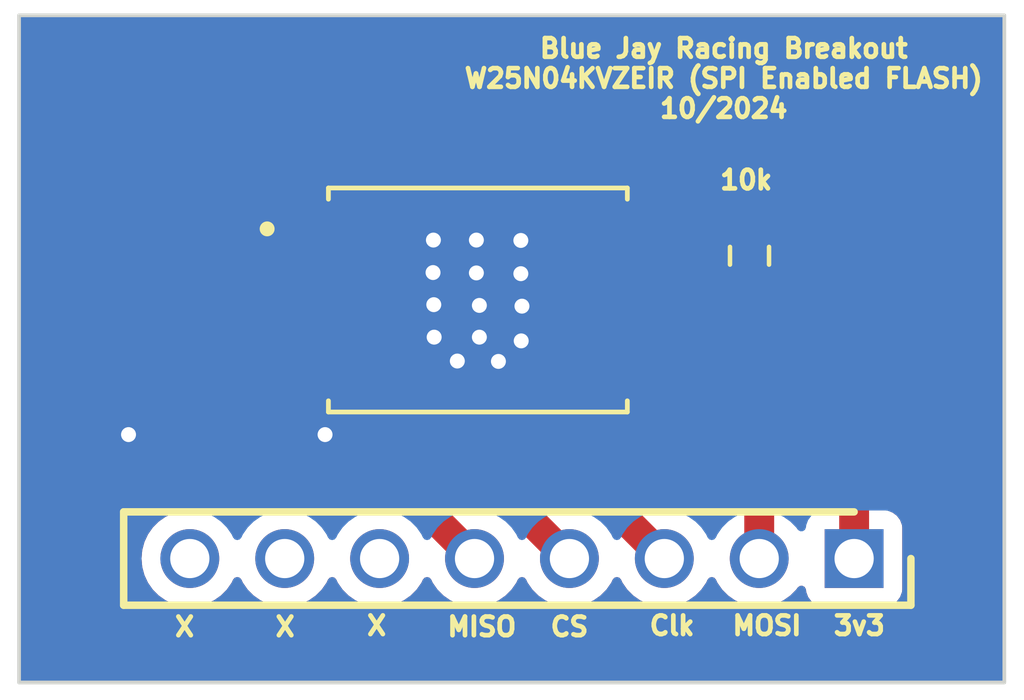
<source format=kicad_pcb>
(kicad_pcb (version 20221018) (generator pcbnew)
  (layers (0 "F.Cu" signal) (31 "B.Cu" signal) (34 "B.Paste" user) (35 "F.Paste" user) (36 "B.SilkS" user "B.Silkscreen") (37 "F.SilkS" user "F.Silkscreen") (38 "B.Mask" user) (39 "F.Mask" user) (44 "Edge.Cuts" user))
  (net 0 "")
  (net 1 "CS")
  (net 2 "D0{slash}MISO")
  (net 4 "GND")
  (net 5 "DI{slash}MOSI")
  (net 7 "Clk")
  (net 8 "VCC")
  (footprint "Resistor_SMD:R_0603_1608Metric" (layer "F.Cu") (at 125.36 59.59 -90)
    (fp_text reference "10k" (at -2.03 0.09 180) (layer "F.SilkS") (effects (font (size 0.5 0.5) (thickness 0.125))))
    (fp_text value "Rpu" hide)
    (fp_line (start -0.237258 -0.5225) (end 0.237258 -0.5225) (stroke (width 0.12)) (layer "F.SilkS"))
    (fp_line (start -0.237258 0.5225) (end 0.237258 0.5225) (stroke (width 0.12)) (layer "F.SilkS"))
    (pad "1" smd roundrect (at -0.825 0 270) (size 0.8 0.95) (layers "F.Cu" "F.Paste" "F.Mask") (net 8 "VCC"))
    (pad "2" smd roundrect (at 0.825 0 270) (size 0.8 0.95) (layers "F.Cu" "F.Paste" "F.Mask") (net 7 "Clk"))
  )
  (footprint "21xt_footprints:SPIFLASH" (layer "F.Cu") (at 118.09 60.775)
    (fp_text reference "F1" hide)
    (fp_text value "~")
    (fp_line (start -4 -3) (end 4 -3) (stroke (width 0.127)) (layer "F.SilkS"))
    (fp_line (start -4 -2.7) (end -4 -3) (stroke (width 0.127)) (layer "F.SilkS"))
    (fp_line (start -4 3) (end -4 2.7) (stroke (width 0.127)) (layer "F.SilkS"))
    (fp_line (start 4 -3) (end 4 -2.7) (stroke (width 0.127)) (layer "F.SilkS"))
    (fp_line (start 4 3) (end -4 3) (stroke (width 0.127)) (layer "F.SilkS"))
    (fp_line (start 4 3) (end 4 2.7) (stroke (width 0.127)) (layer "F.SilkS"))
    (fp_circle (center -5.64 -1.905) (end -5.54 -1.905) (stroke (width 0.2)) (fill none) (layer "F.SilkS"))
    (pad "1" smd rect (at -4.15 -1.905) (size 1.5 0.8) (layers "F.Cu" "F.Mask") (net 1 "CS"))
    (pad "2" smd rect (at -4.15 -0.635) (size 1.5 0.8) (layers "F.Cu" "F.Mask") (net 2 "D0{slash}MISO"))
    (pad "3" smd rect (at -4.15 0.635) (size 1.5 0.8) (layers "F.Cu" "F.Mask"))
    (pad "4" smd rect (at -4.15 1.905) (size 1.5 0.8) (layers "F.Cu" "F.Mask") (net 4 "GND"))
    (pad "5" smd rect (at 4.15 1.905) (size 1.5 0.8) (layers "F.Cu" "F.Mask") (net 5 "DI{slash}MOSI"))
    (pad "6" smd rect (at 4.15 0.635) (size 1.5 0.8) (layers "F.Cu" "F.Mask"))
    (pad "7" smd rect (at 4.15 -0.635) (size 1.5 0.8) (layers "F.Cu" "F.Mask") (net 7 "Clk"))
    (pad "8" smd rect (at 4.15 -1.905) (size 1.5 0.8) (layers "F.Cu" "F.Mask") (net 8 "VCC"))
    (pad "9" smd rect (at 0 0) (size 3.25 4.05) (layers "F.Cu" "F.Mask"))
  )
  (footprint "Symnfoot:RHDR8W60P0X254_1X8_2082X250X850P" (layer "F.Cu") (at 128.16 67.7 180)
    (fp_text reference "J1" hide)
    (fp_text value "61300811821" hide)
    (fp_line (start -1.52 -1.25) (end -1.52 0) (stroke (width 0.2)) (layer "F.SilkS"))
    (fp_line (start 0 1.25) (end 19.55 1.25) (stroke (width 0.2)) (layer "F.SilkS"))
    (fp_line (start 19.55 -1.25) (end -1.52 -1.25) (stroke (width 0.2)) (layer "F.SilkS"))
    (fp_line (start 19.55 1.25) (end 19.55 -1.25) (stroke (width 0.2)) (layer "F.SilkS"))
    (pad "1" thru_hole rect (at 0 0 180) (size 1.575 1.575) (drill 1.05) (layers "*.Cu" "*.Mask") (net 8 "VCC"))
    (pad "2" thru_hole circle (at 2.54 0 180) (size 1.575 1.575) (drill 1.05) (layers "*.Cu" "*.Mask") (net 5 "DI{slash}MOSI"))
    (pad "3" thru_hole circle (at 5.08 0 180) (size 1.575 1.575) (drill 1.05) (layers "*.Cu" "*.Mask") (net 7 "Clk"))
    (pad "4" thru_hole circle (at 7.62 0 180) (size 1.575 1.575) (drill 1.05) (layers "*.Cu" "*.Mask") (net 1 "CS"))
    (pad "5" thru_hole circle (at 10.16 0 180) (size 1.575 1.575) (drill 1.05) (layers "*.Cu" "*.Mask") (net 2 "D0{slash}MISO"))
    (pad "6" thru_hole circle (at 12.7 0 180) (size 1.575 1.575) (drill 1.05) (layers "*.Cu" "*.Mask"))
    (pad "7" thru_hole circle (at 15.24 0 180) (size 1.575 1.575) (drill 1.05) (layers "*.Cu" "*.Mask"))
    (pad "8" thru_hole circle (at 17.78 0 180) (size 1.575 1.575) (drill 1.05) (layers "*.Cu" "*.Mask"))
  )
  (gr_rect (start 105.81 53.15) (end 132.18 71.02) (stroke (width 0.1)) (fill none) (layer "Edge.Cuts"))
  (gr_text "X" (at 109.92 69.82) (layer "F.SilkS") (effects (font (size 0.5 0.5) (thickness 0.125)) (justify left bottom)))
  (gr_text "X" (at 115.06 69.79) (layer "F.SilkS") (effects (font (size 0.5 0.5) (thickness 0.125)) (justify left bottom)))
  (gr_text "MISO" (at 117.21 69.82) (layer "F.SilkS") (effects (font (size 0.5 0.5) (thickness 0.125)) (justify left bottom)))
  (gr_text "Clk\n" (at 122.62 69.79) (layer "F.SilkS") (effects (font (size 0.5 0.5) (thickness 0.125)) (justify left bottom)))
  (gr_text "MOSI\n" (at 124.84 69.79) (layer "F.SilkS") (effects (font (size 0.5 0.5) (thickness 0.125)) (justify left bottom)))
  (gr_text "Blue Jay Racing Breakout\nW25N04KVZEIR (SPI Enabled FLASH)\n10/2024" (at 124.67 54.84) (layer "F.SilkS") (effects (font (size 0.5 0.5) (thickness 0.125))))
  (gr_text "CS" (at 119.97 69.82) (layer "F.SilkS") (effects (font (size 0.5 0.5) (thickness 0.125)) (justify left bottom)))
  (gr_text "3v3" (at 127.55 69.79) (layer "F.SilkS") (effects (font (size 0.5 0.5) (thickness 0.125)) (justify left bottom)))
  (gr_text "X" (at 112.61 69.82) (layer "F.SilkS") (effects (font (size 0.5 0.5) (thickness 0.125)) (justify left bottom)))
  (segment (start 120.54 67.7) (end 120.516472 67.7) (width 0.8) (layer "F.Cu") (net 1))
  (segment (start 114.97 58.87) (end 113.94 58.87) (width 0.8) (layer "F.Cu") (net 1))
  (segment (start 115.29 59.19) (end 114.97 58.87) (width 0.8) (layer "F.Cu") (net 1))
  (segment (start 115.29 62.473528) (end 115.29 59.19) (width 0.8) (layer "F.Cu") (net 1))
  (segment (start 120.516472 67.7) (end 115.29 62.473528) (width 0.8) (layer "F.Cu") (net 1))
  (segment (start 112.03 60.14) (end 113.94 60.14) (width 0.8) (layer "F.Cu") (net 2))
  (segment (start 110.58 61.59) (end 112.03 60.14) (width 0.8) (layer "F.Cu") (net 2))
  (segment (start 111.57 65.71) (end 110.58 64.72) (width 0.8) (layer "F.Cu") (net 2))
  (segment (start 110.58 64.72) (end 110.58 61.59) (width 0.8) (layer "F.Cu") (net 2))
  (segment (start 118 67.7) (end 116.01 65.71) (width 0.8) (layer "F.Cu") (net 2))
  (segment (start 116.01 65.71) (end 111.57 65.71) (width 0.8) (layer "F.Cu") (net 2))
  (segment (start 113.94 62.68) (end 113.94 64.32) (width 0.8) (layer "F.Cu") (net 4))
  (segment (start 113.94 64.32) (end 114 64.38) (width 0.8) (layer "F.Cu") (net 4))
  (via (at 118.05 59.17) (size 0.8) (drill 0.4) (layers "F.Cu" "B.Cu") (net 4))
  (via (at 108.74 64.38) (size 0.8) (drill 0.4) (layers "F.Cu" "B.Cu") (net 4))
  (via (at 114 64.38) (size 0.8) (drill 0.4) (layers "F.Cu" "B.Cu") (net 4))
  (via (at 119.24 59.18) (size 0.8) (drill 0.4) (layers "F.Cu" "B.Cu") (net 4))
  (via (at 119.24 60.07) (size 0.8) (drill 0.4) (layers "F.Cu" "B.Cu") (net 4))
  (via (at 116.9 59.17) (size 0.8) (drill 0.4) (layers "F.Cu" "B.Cu") (net 4))
  (via (at 119.25 61.87) (size 0.8) (drill 0.4) (layers "F.Cu" "B.Cu") (net 4))
  (via (at 116.91 60.9) (size 0.8) (drill 0.4) (layers "F.Cu" "B.Cu") (net 4))
  (via (at 116.92 61.77) (size 0.8) (drill 0.4) (layers "F.Cu" "B.Cu") (net 4))
  (via (at 116.89 60.04) (size 0.8) (drill 0.4) (layers "F.Cu" "B.Cu") (net 4))
  (via (at 119.27 60.94) (size 0.8) (drill 0.4) (layers "F.Cu" "B.Cu") (net 4))
  (via (at 118.64 62.42) (size 0.8) (drill 0.4) (layers "F.Cu" "B.Cu") (net 4))
  (via (at 118.05 60.05) (size 0.8) (drill 0.4) (layers "F.Cu" "B.Cu") (net 4))
  (via (at 118.13 60.92) (size 0.8) (drill 0.4) (layers "F.Cu" "B.Cu") (net 4))
  (via (at 118.13 61.77) (size 0.8) (drill 0.4) (layers "F.Cu" "B.Cu") (net 4))
  (via (at 117.54 62.41) (size 0.8) (drill 0.4) (layers "F.Cu" "B.Cu") (net 4))
  (segment (start 114 64.38) (end 108.74 64.38) (width 0.8) (layer "B.Cu") (net 4))
  (segment (start 125.62 64.99) (end 123.31 62.68) (width 0.8) (layer "F.Cu") (net 5))
  (segment (start 125.62 67.7) (end 125.62 64.99) (width 0.8) (layer "F.Cu") (net 5))
  (segment (start 123.31 62.68) (end 122.24 62.68) (width 0.8) (layer "F.Cu") (net 5))
  (segment (start 120.59 65.21) (end 120.59 61.04) (width 0.8) (layer "F.Cu") (net 7))
  (segment (start 121.49 60.14) (end 122.24 60.14) (width 0.8) (layer "F.Cu") (net 7))
  (segment (start 123.32 60.14) (end 123.595 60.415) (width 0.8) (layer "F.Cu") (net 7))
  (segment (start 123.595 60.415) (end 125.36 60.415) (width 0.8) (layer "F.Cu") (net 7))
  (segment (start 120.59 61.04) (end 121.49 60.14) (width 0.8) (layer "F.Cu") (net 7))
  (segment (start 123.08 67.7) (end 120.59 65.21) (width 0.8) (layer "F.Cu") (net 7))
  (segment (start 122.24 60.14) (end 123.32 60.14) (width 0.8) (layer "F.Cu") (net 7))
  (segment (start 128.16 61.09) (end 125.835 58.765) (width 0.8) (layer "F.Cu") (net 8))
  (segment (start 125.36 58.765) (end 125.355 58.76) (width 0.8) (layer "F.Cu") (net 8))
  (segment (start 125.835 58.765) (end 125.36 58.765) (width 0.8) (layer "F.Cu") (net 8))
  (segment (start 128.16 67.7) (end 128.16 61.09) (width 0.8) (layer "F.Cu") (net 8))
  (segment (start 125.355 58.76) (end 122.35 58.76) (width 0.8) (layer "F.Cu") (net 8))
  (segment (start 122.35 58.76) (end 122.24 58.87) (width 0.8) (layer "F.Cu") (net 8))
  (zone (net 4) (net_name "GND") (layer "F.Cu") (connect_pads (clearance 0.5)) (min_thickness 0.25) (fill yes (thermal_gap 0.5) (thermal_bridge_width 0.5))
    (polygon (pts (xy 132.56 52.92) (xy 105.46 52.77) (xy 105.36 71.45) (xy 132.63 71.39)))
  )
  (zone (net 4) (net_name "GND") (layer "B.Cu") (priority 1) (connect_pads (clearance 0.5)) (min_thickness 0.25) (fill yes (thermal_gap 0.5) (thermal_bridge_width 0.5))
    (polygon (pts (xy 132.62 52.91) (xy 105.3 52.74) (xy 105.36 71.51) (xy 132.73 71.4)))
  )
)
</source>
